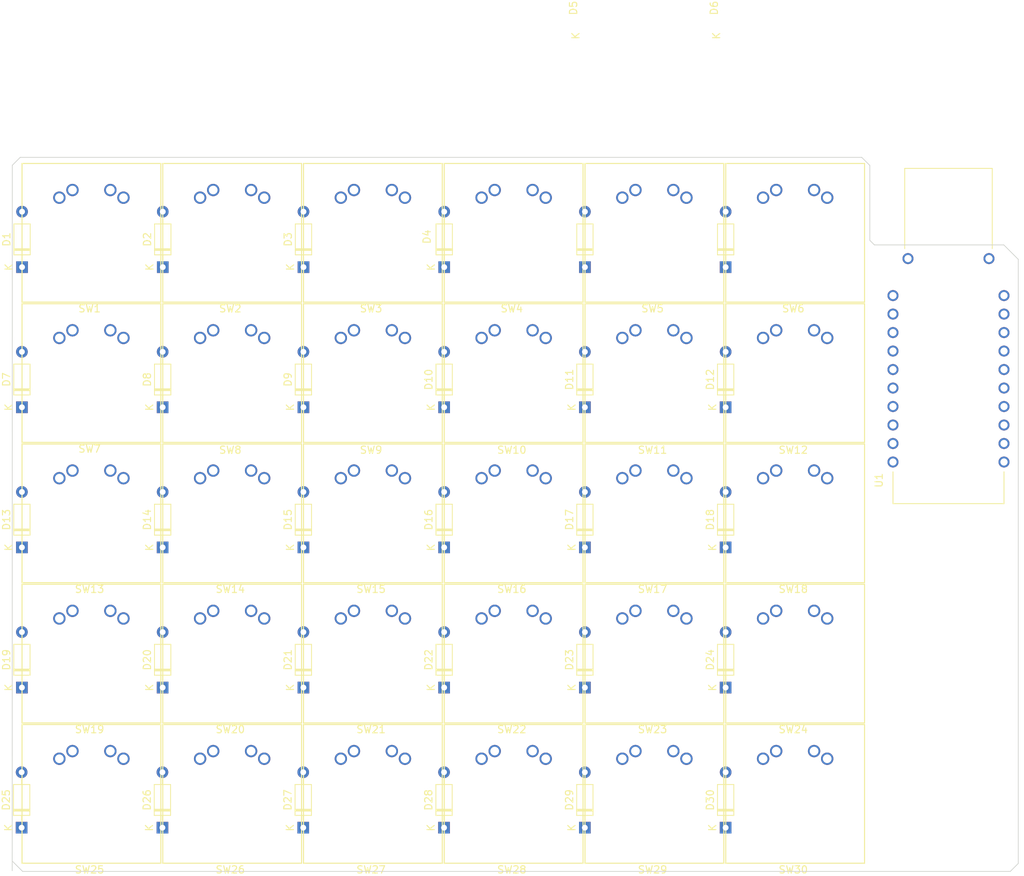
<source format=kicad_pcb>
(kicad_pcb (version 20211014) (generator pcbnew)
  (layers (0 "F.Cu" signal) (31 "B.Cu" signal) (34 "B.Paste" user) (35 "F.Paste" user) (36 "B.SilkS" user "B.Silkscreen") (37 "F.SilkS" user "F.Silkscreen") (38 "B.Mask" user) (39 "F.Mask" user) (44 "Edge.Cuts" user))
  (property "ADDRESS1" "")
  (property "ADDRESS2" "")
  (property "ADDRESS3" "")
  (property "ADDRESS4" "")
  (property "APPLICATION_BUILDNUMBER" "")
  (property "APPROVEDBY" "")
  (property "AUTHOR" "=Designer")
  (property "CHECKEDBY" "")
  (property "CURRENTDATE" "")
  (property "CURRENTTIME" "")
  (property "DOCUMENTFULLPATHANDNAME" "")
  (property "DOCUMENTNAME" "")
  (property "DOCUMENTNUMBER" "")
  (property "DOCUMENTSIZE" "A4")
  (property "DRAWNBY" "=Designer")
  (property "ENGINEER" "")
  (property "IMAGEPATH" "")
  (property "MODIFIEDDATE" "")
  (property "ORGANIZATION" "Nordic Semiconductor")
  (property "PROJECTNAME" "=ProjectName")
  (property "SHEETTOTAL" "1")
  (property "TIME" "")
  (net 0 "")
  (net 1 "Net-(D1-Pad1)")
  (net 2 "Net-(D1-Pad2)")
  (net 3 "Net-(D2-Pad2)")
  (net 4 "Net-(D3-Pad2)")
  (net 5 "Net-(D4-Pad2)")
  (net 6 "Net-(D5-Pad2)")
  (net 7 "Net-(D6-Pad2)")
  (net 8 "Net-(D10-Pad1)")
  (net 9 "Net-(D7-Pad2)")
  (net 10 "Net-(D8-Pad2)")
  (net 11 "Net-(D9-Pad2)")
  (net 12 "Net-(D10-Pad2)")
  (net 13 "Net-(D11-Pad2)")
  (net 14 "Net-(D12-Pad2)")
  (net 15 "Net-(D13-Pad1)")
  (net 16 "Net-(D13-Pad2)")
  (net 17 "Net-(D14-Pad2)")
  (net 18 "Net-(D15-Pad2)")
  (net 19 "Net-(D16-Pad2)")
  (net 20 "Net-(D17-Pad2)")
  (net 21 "Net-(D18-Pad2)")
  (net 22 "Net-(D19-Pad1)")
  (net 23 "Net-(D19-Pad2)")
  (net 24 "Net-(D20-Pad2)")
  (net 25 "Net-(D21-Pad2)")
  (net 26 "Net-(D22-Pad2)")
  (net 27 "Net-(D23-Pad2)")
  (net 28 "Net-(D24-Pad2)")
  (net 29 "Net-(D25-Pad1)")
  (net 30 "Net-(D25-Pad2)")
  (net 31 "Net-(D26-Pad2)")
  (net 32 "Net-(D27-Pad2)")
  (net 33 "Net-(D28-Pad2)")
  (net 34 "Net-(D29-Pad2)")
  (net 35 "Net-(D30-Pad2)")
  (net 36 "Net-(SW1-Pad1)")
  (net 37 "Net-(SW14-Pad1)")
  (net 38 "Net-(SW15-Pad1)")
  (net 39 "Net-(SW10-Pad1)")
  (net 40 "Net-(SW11-Pad1)")
  (net 41 "Net-(SW12-Pad1)")
  (net 42 "Net-(U1-PadG1)")
  (footprint "Diode_THT:D_DO-35_SOD27_P7.62mm_Horizontal" (layer "F.Cu") (at 106.51 94.495 90)
    (fp_text reference "D17" (at 3.81 -2.12 90) (layer "F.SilkS"))
    (fp_text value "1N4148")
    (fp_text user "K" (at 0 -1.8 90) (layer "F.SilkS"))
    (pad "1" thru_hole rect (at 0 0 90) (size 1.6 1.6) (drill 0.8) (layers *.Cu *.Mask) (net 15 "Net-(D13-Pad1)"))
    (pad "2" thru_hole oval (at 7.62 0 90) (size 1.6 1.6) (drill 0.8) (layers *.Cu *.Mask) (net 20 "Net-(D17-Pad2)"))
  )
  (footprint "gateron_ks-27_footprint:SW_Gateron_LO_PRO_1.00u_NO_LED_REVERSABLE_PCB" (layer "F.Cu") (at 96.73 128.22025 180)
    (fp_text reference "SW28" (at 0.254 -10.541) (layer "F.SilkS"))
    (fp_text value "GateronLP")
    (pad "" np_thru_hole circle (at 0 0 180) (size 5 5) (drill 5) (layers F&B.Cu *.Mask))
    (pad "1" thru_hole circle (at 2.6 5.75 180) (size 1.7 1.7) (drill 1.2) (layers *.Cu *.Mask) (net 39 "Net-(SW10-Pad1)"))
    (pad "1" thru_hole circle (at -2.6 5.75 180) (size 1.7 1.7) (drill 1.2) (layers *.Cu *.Mask) (net 39 "Net-(SW10-Pad1)"))
    (pad "2" thru_hole circle (at -4.4 4.7 270) (size 1.7 1.7) (drill 1.2) (layers *.Cu *.Mask) (net 33 "Net-(D28-Pad2)"))
    (pad "2" thru_hole circle (at 4.4 4.7 270) (size 1.7 1.7) (drill 1.2) (layers *.Cu *.Mask) (net 33 "Net-(D28-Pad2)"))
  )
  (footprint "download:MODULE_NRF52840-DONGLE" (layer "F.Cu") (at 156.42 65.46 90)
    (fp_text reference "U1" (at -19.825 -9.545 90) (layer "F.SilkS"))
    (fp_text value "NRF52840-DONGLE")
    (pad "0.02" thru_hole circle locked (at -7.145 7.62 90) (size 1.508 1.508) (drill 1) (layers *.Cu *.Mask) (net 38 "Net-(SW15-Pad1)"))
    (pad "0.09" thru_hole circle locked (at -12.225 -7.62 90) (size 1.508 1.508) (drill 1) (layers *.Cu *.Mask) (net 8 "Net-(D10-Pad1)"))
    (pad "0.10" thru_hole circle locked (at -14.765 -7.62 90) (size 1.508 1.508) (drill 1) (layers *.Cu *.Mask) (net 1 "Net-(D1-Pad1)"))
    (pad "0.13" thru_hole circle locked (at 5.555 -7.62 90) (size 1.508 1.508) (drill 1) (layers *.Cu *.Mask))
    (pad "0.15" thru_hole circle locked (at 3.015 -7.62 90) (size 1.508 1.508) (drill 1) (layers *.Cu *.Mask))
    (pad "0.17" thru_hole circle locked (at 0.475 -7.62 90) (size 1.508 1.508) (drill 1) (layers *.Cu *.Mask))
    (pad "0.20" thru_hole circle locked (at -2.065 -7.62 90) (size 1.508 1.508) (drill 1) (layers *.Cu *.Mask))
    (pad "0.22" thru_hole circle locked (at -4.605 -7.62 90) (size 1.508 1.508) (drill 1) (layers *.Cu *.Mask) (net 29 "Net-(D25-Pad1)"))
    (pad "0.24" thru_hole circle locked (at -7.145 -7.62 90) (size 1.508 1.508) (drill 1) (layers *.Cu *.Mask) (net 22 "Net-(D19-Pad1)"))
    (pad "0.29" thru_hole circle locked (at -4.605 7.62 90) (size 1.508 1.508) (drill 1) (layers *.Cu *.Mask) (net 37 "Net-(SW14-Pad1)"))
    (pad "0.31" thru_hole circle locked (at -2.065 7.62 90) (size 1.508 1.508) (drill 1) (layers *.Cu *.Mask) (net 36 "Net-(SW1-Pad1)"))
    (pad "1.00" thru_hole circle locked (at -9.685 -7.62 90) (size 1.508 1.508) (drill 1) (layers *.Cu *.Mask) (net 15 "Net-(D13-Pad1)"))
    (pad "1.10" thru_hole circle locked (at -14.765 7.62 90) (size 1.508 1.508) (drill 1) (layers *.Cu *.Mask) (net 41 "Net-(SW12-Pad1)"))
    (pad "1.13" thru_hole circle locked (at -12.225 7.62 90) (size 1.508 1.508) (drill 1) (layers *.Cu *.Mask) (net 40 "Net-(SW11-Pad1)"))
    (pad "1.15" thru_hole circle locked (at -9.685 7.62 90) (size 1.508 1.508) (drill 1) (layers *.Cu *.Mask) (net 39 "Net-(SW10-Pad1)"))
    (pad "G1" thru_hole circle locked (at -17.305 -7.62 90) (size 1.508 1.508) (drill 1) (layers *.Cu *.Mask) (net 42 "Net-(U1-PadG1)"))
    (pad "G2" thru_hole circle locked (at -17.305 7.62 90) (size 1.508 1.508) (drill 1) (layers *.Cu *.Mask) (net 42 "Net-(U1-PadG1)"))
    (pad "G3" thru_hole circle locked (at 0.475 7.62 90) (size 1.508 1.508) (drill 1) (layers *.Cu *.Mask) (net 42 "Net-(U1-PadG1)"))
    (pad "OUT" thru_hole circle locked (at 3.015 7.62 90) (size 1.508 1.508) (drill 1) (layers *.Cu *.Mask))
    (pad "SWDCLK" thru_hole circle locked (at 10.635 5.56 90) (size 1.508 1.508) (drill 1) (layers *.Cu *.Mask))
    (pad "SWDIO" thru_hole circle locked (at 10.635 -5.56 90) (size 1.508 1.508) (drill 1) (layers *.Cu *.Mask))
    (pad "VBUS" thru_hole circle locked (at 5.555 7.62 90) (size 1.508 1.508) (drill 1) (layers *.Cu *.Mask))
  )
  (footprint "Diode_THT:D_DO-35_SOD27_P7.62mm_Horizontal" (layer "F.Cu") (at 125.83 132.99 90)
    (fp_text reference "D30" (at 3.81 -2.12 90) (layer "F.SilkS"))
    (fp_text value "1N4148")
    (fp_text user "K" (at 0 -1.8 90) (layer "F.SilkS"))
    (pad "1" thru_hole rect (at 0 0 90) (size 1.6 1.6) (drill 0.8) (layers *.Cu *.Mask) (net 29 "Net-(D25-Pad1)"))
    (pad "2" thru_hole oval (at 7.62 0 90) (size 1.6 1.6) (drill 0.8) (layers *.Cu *.Mask) (net 35 "Net-(D30-Pad2)"))
  )
  (footprint "Diode_THT:D_DO-35_SOD27_P7.62mm_Horizontal" (layer "F.Cu") (at 125.83 75.2475 90)
    (fp_text reference "D12" (at 3.81 -2.12 90) (layer "F.SilkS"))
    (fp_text value "1N4148")
    (fp_text user "K" (at 0 -1.8 90) (layer "F.SilkS"))
    (pad "1" thru_hole rect (at 0 0 90) (size 1.6 1.6) (drill 0.8) (layers *.Cu *.Mask) (net 8 "Net-(D10-Pad1)"))
    (pad "2" thru_hole oval (at 7.62 0 90) (size 1.6 1.6) (drill 0.8) (layers *.Cu *.Mask) (net 14 "Net-(D12-Pad2)"))
  )
  (footprint "Diode_THT:D_DO-35_SOD27_P7.62mm_Horizontal" (layer "F.Cu") (at 67.87 113.7425 90)
    (fp_text reference "D21" (at 3.81 -2.12 90) (layer "F.SilkS"))
    (fp_text value "1N4148")
    (fp_text user "K" (at 0 -1.8 90) (layer "F.SilkS"))
    (pad "1" thru_hole rect (at 0 0 90) (size 1.6 1.6) (drill 0.8) (layers *.Cu *.Mask) (net 22 "Net-(D19-Pad1)"))
    (pad "2" thru_hole oval (at 7.62 0 90) (size 1.6 1.6) (drill 0.8) (layers *.Cu *.Mask) (net 25 "Net-(D21-Pad2)"))
  )
  (footprint "Diode_THT:D_DO-35_SOD27_P7.62mm_Horizontal" (layer "F.Cu") (at 87.19 113.7425 90)
    (fp_text reference "D22" (at 3.81 -2.12 90) (layer "F.SilkS"))
    (fp_text value "1N4148")
    (fp_text user "K" (at 0 -1.8 90) (layer "F.SilkS"))
    (pad "1" thru_hole rect (at 0 0 90) (size 1.6 1.6) (drill 0.8) (layers *.Cu *.Mask) (net 22 "Net-(D19-Pad1)"))
    (pad "2" thru_hole oval (at 7.62 0 90) (size 1.6 1.6) (drill 0.8) (layers *.Cu *.Mask) (net 26 "Net-(D22-Pad2)"))
  )
  (footprint "gateron_ks-27_footprint:SW_Gateron_LO_PRO_1.00u_NO_LED_REVERSABLE_PCB" (layer "F.Cu") (at 58.09 70.423 180)
    (fp_text reference "SW8" (at 0.254 -10.6945) (layer "F.SilkS"))
    (fp_text value "GateronLP")
    (pad "" np_thru_hole circle (at 0 0 180) (size 5 5) (drill 5) (layers F&B.Cu *.Mask))
    (pad "1" thru_hole circle (at 2.6 5.75 180) (size 1.7 1.7) (drill 1.2) (layers *.Cu *.Mask) (net 37 "Net-(SW14-Pad1)"))
    (pad "1" thru_hole circle (at -2.6 5.75 180) (size 1.7 1.7) (drill 1.2) (layers *.Cu *.Mask) (net 37 "Net-(SW14-Pad1)"))
    (pad "2" thru_hole circle (at 4.4 4.7 270) (size 1.7 1.7) (drill 1.2) (layers *.Cu *.Mask) (net 10 "Net-(D8-Pad2)"))
    (pad "2" thru_hole circle (at -4.4 4.7 270) (size 1.7 1.7) (drill 1.2) (layers *.Cu *.Mask) (net 10 "Net-(D8-Pad2)"))
  )
  (footprint "gateron_ks-27_footprint:SW_Gateron_LO_PRO_1.00u_NO_LED_REVERSABLE_PCB" (layer "F.Cu") (at 135.37 108.9545 180)
    (fp_text reference "SW24" (at 0.254 -10.541) (layer "F.SilkS"))
    (fp_text value "GateronLP")
    (pad "" np_thru_hole circle (at 0 0 180) (size 5 5) (drill 5) (layers F&B.Cu *.Mask))
    (pad "1" thru_hole circle (at -2.6 5.75 180) (size 1.7 1.7) (drill 1.2) (layers *.Cu *.Mask) (net 41 "Net-(SW12-Pad1)"))
    (pad "1" thru_hole circle (at 2.6 5.75 180) (size 1.7 1.7) (drill 1.2) (layers *.Cu *.Mask) (net 41 "Net-(SW12-Pad1)"))
    (pad "2" thru_hole circle (at 4.4 4.7 270) (size 1.7 1.7) (drill 1.2) (layers *.Cu *.Mask) (net 28 "Net-(D24-Pad2)"))
    (pad "2" thru_hole circle (at -4.4 4.7 270) (size 1.7 1.7) (drill 1.2) (layers *.Cu *.Mask) (net 28 "Net-(D24-Pad2)"))
  )
  (footprint "Diode_THT:D_DO-35_SOD27_P7.62mm_Horizontal" (layer "F.Cu") (at 106.514 56 90)
    (fp_text reference "D5" (at 35.59 -1.58 90) (layer "F.SilkS"))
    (fp_text value "1N4148")
    (fp_text user "K" (at 31.78 -1.26 90) (layer "F.SilkS"))
    (pad "1" thru_hole rect (at 0 0 90) (size 1.6 1.6) (drill 0.8) (layers *.Cu *.Mask) (net 1 "Net-(D1-Pad1)"))
    (pad "2" thru_hole oval (at 7.62 0 90) (size 1.6 1.6) (drill 0.8) (layers *.Cu *.Mask) (net 6 "Net-(D5-Pad2)"))
  )
  (footprint "gateron_ks-27_footprint:SW_Gateron_LO_PRO_1.00u_NO_LED_REVERSABLE_PCB" (layer "F.Cu") (at 77.41 128.22025 180)
    (fp_text reference "SW27" (at 0.254 -10.541) (layer "F.SilkS"))
    (fp_text value "GateronLP")
    (pad "" np_thru_hole circle (at 0 0 180) (size 5 5) (drill 5) (layers F&B.Cu *.Mask))
    (pad "1" thru_hole circle (at 2.6 5.75 180) (size 1.7 1.7) (drill 1.2) (layers *.Cu *.Mask) (net 38 "Net-(SW15-Pad1)"))
    (pad "1" thru_hole circle (at -2.6 5.75 180) (size 1.7 1.7) (drill 1.2) (layers *.Cu *.Mask) (net 38 "Net-(SW15-Pad1)"))
    (pad "2" thru_hole circle (at 4.4 4.7 270) (size 1.7 1.7) (drill 1.2) (layers *.Cu *.Mask) (net 32 "Net-(D27-Pad2)"))
    (pad "2" thru_hole circle (at -4.4 4.7 270) (size 1.7 1.7) (drill 1.2) (layers *.Cu *.Mask) (net 32 "Net-(D27-Pad2)"))
  )
  (footprint "Diode_THT:D_DO-35_SOD27_P7.62mm_Horizontal" (layer "F.Cu") (at 67.846 132.99 90)
    (fp_text reference "D27" (at 3.81 -2.12 90) (layer "F.SilkS"))
    (fp_text value "1N4148")
    (fp_text user "K" (at 0 -1.8 90) (layer "F.SilkS"))
    (pad "1" thru_hole rect (at 0 0 90) (size 1.6 1.6) (drill 0.8) (layers *.Cu *.Mask) (net 29 "Net-(D25-Pad1)"))
    (pad "2" thru_hole oval (at 7.62 0 90) (size 1.6 1.6) (drill 0.8) (layers *.Cu *.Mask) (net 32 "Net-(D27-Pad2)"))
  )
  (footprint "gateron_ks-27_footprint:SW_Gateron_LO_PRO_1.00u_NO_LED_REVERSABLE_PCB" (layer "F.Cu") (at 116.05 128.22025 180)
    (fp_text reference "SW29" (at 0.254 -10.541) (layer "F.SilkS"))
    (fp_text value "GateronLP")
    (pad "" np_thru_hole circle (at 0 0 180) (size 5 5) (drill 5) (layers F&B.Cu *.Mask))
    (pad "1" thru_hole circle (at 2.6 5.75 180) (size 1.7 1.7) (drill 1.2) (layers *.Cu *.Mask) (net 40 "Net-(SW11-Pad1)"))
    (pad "1" thru_hole circle (at -2.6 5.75 180) (size 1.7 1.7) (drill 1.2) (layers *.Cu *.Mask) (net 40 "Net-(SW11-Pad1)"))
    (pad "2" thru_hole circle (at -4.4 4.7 270) (size 1.7 1.7) (drill 1.2) (layers *.Cu *.Mask) (net 34 "Net-(D29-Pad2)"))
    (pad "2" thru_hole circle (at 4.4 4.7 270) (size 1.7 1.7) (drill 1.2) (layers *.Cu *.Mask) (net 34 "Net-(D29-Pad2)"))
  )
  (footprint "Diode_THT:D_DO-35_SOD27_P7.62mm_Horizontal" (layer "F.Cu") (at 48.55 113.7425 90)
    (fp_text reference "D20" (at 3.81 -2.12 90) (layer "F.SilkS"))
    (fp_text value "1N4148")
    (fp_text user "K" (at 0 -1.8 90) (layer "F.SilkS"))
    (pad "1" thru_hole rect (at 0 0 90) (size 1.6 1.6) (drill 0.8) (layers *.Cu *.Mask) (net 22 "Net-(D19-Pad1)"))
    (pad "2" thru_hole oval (at 7.62 0 90) (size 1.6 1.6) (drill 0.8) (layers *.Cu *.Mask) (net 24 "Net-(D20-Pad2)"))
  )
  (footprint "gateron_ks-27_footprint:SW_Gateron_LO_PRO_1.00u_NO_LED_REVERSABLE_PCB" (layer "F.Cu") (at 96.73 70.423 180)
    (fp_text reference "SW10" (at 0.254 -10.6945) (layer "F.SilkS"))
    (fp_text value "GateronLP")
    (pad "" np_thru_hole circle (at 0 0 180) (size 5 5) (drill 5) (layers F&B.Cu *.Mask))
    (pad "1" thru_hole circle (at -2.6 5.75 180) (size 1.7 1.7) (drill 1.2) (layers *.Cu *.Mask) (net 39 "Net-(SW10-Pad1)"))
    (pad "1" thru_hole circle (at 2.6 5.75 180) (size 1.7 1.7) (drill 1.2) (layers *.Cu *.Mask) (net 39 "Net-(SW10-Pad1)"))
    (pad "2" thru_hole circle (at -4.4 4.7 270) (size 1.7 1.7) (drill 1.2) (layers *.Cu *.Mask) (net 12 "Net-(D10-Pad2)"))
    (pad "2" thru_hole circle (at 4.4 4.7 270) (size 1.7 1.7) (drill 1.2) (layers *.Cu *.Mask) (net 12 "Net-(D10-Pad2)"))
  )
  (footprint "Diode_THT:D_DO-35_SOD27_P7.62mm_Horizontal" (layer "F.Cu") (at 87.198 56 90)
    (fp_text reference "D4" (at 4.17725 -2.37 90) (layer "F.SilkS"))
    (fp_text value "1N4148")
    (fp_text user "K" (at 0 -1.8 90) (layer "F.SilkS"))
    (pad "1" thru_hole rect (at 0 0 90) (size 1.6 1.6) (drill 0.8) (layers *.Cu *.Mask) (net 1 "Net-(D1-Pad1)"))
    (pad "2" thru_hole oval (at 7.62 0 90) (size 1.6 1.6) (drill 0.8) (layers *.Cu *.Mask) (net 5 "Net-(D4-Pad2)"))
  )
  (footprint "gateron_ks-27_footprint:SW_Gateron_LO_PRO_1.00u_NO_LED_REVERSABLE_PCB" (layer "F.Cu") (at 77.41 51.15725 180)
    (fp_text reference "SW3" (at 0.254 -10.541 180) (layer "F.SilkS"))
    (fp_text value "GateronLP")
    (pad "" np_thru_hole circle (at 0 0 180) (size 5 5) (drill 5) (layers F&B.Cu *.Mask))
    (pad "1" thru_hole circle (at 2.6 5.75 180) (size 1.7 1.7) (drill 1.2) (layers *.Cu *.Mask) (net 38 "Net-(SW15-Pad1)"))
    (pad "1" thru_hole circle (at -2.6 5.75 180) (size 1.7 1.7) (drill 1.2) (layers *.Cu *.Mask) (net 38 "Net-(SW15-Pad1)"))
    (pad "2" thru_hole circle (at 4.4 4.7 270) (size 1.7 1.7) (drill 1.2) (layers *.Cu *.Mask) (net 4 "Net-(D3-Pad2)"))
    (pad "2" thru_hole circle (at -4.4 4.7 270) (size 1.7 1.7) (drill 1.2) (layers *.Cu *.Mask) (net 4 "Net-(D3-Pad2)"))
  )
  (footprint "Diode_THT:D_DO-35_SOD27_P7.62mm_Horizontal" (layer "F.Cu") (at 106.502 132.99 90)
    (fp_text reference "D29" (at 3.81 -2.12 90) (layer "F.SilkS"))
    (fp_text value "1N4148")
    (fp_text user "K" (at 0 -1.8 90) (layer "F.SilkS"))
    (pad "1" thru_hole rect (at 0 0 90) (size 1.6 1.6) (drill 0.8) (layers *.Cu *.Mask) (net 29 "Net-(D25-Pad1)"))
    (pad "2" thru_hole oval (at 7.62 0 90) (size 1.6 1.6) (drill 0.8) (layers *.Cu *.Mask) (net 34 "Net-(D29-Pad2)"))
  )
  (footprint "Diode_THT:D_DO-35_SOD27_P7.62mm_Horizontal" (layer "F.Cu") (at 87.19 94.495 90)
    (fp_text reference "D16" (at 3.81 -2.12 90) (layer "F.SilkS"))
    (fp_text value "1N4148")
    (fp_text user "K" (at 0 -1.8 90) (layer "F.SilkS"))
    (pad "1" thru_hole rect (at 0 0 90) (size 1.6 1.6) (drill 0.8) (layers *.Cu *.Mask) (net 15 "Net-(D13-Pad1)"))
    (pad "2" thru_hole oval (at 7.62 0 90) (size 1.6 1.6) (drill 0.8) (layers *.Cu *.Mask) (net 19 "Net-(D16-Pad2)"))
  )
  (footprint "gateron_ks-27_footprint:SW_Gateron_LO_PRO_1.00u_NO_LED_REVERSABLE_PCB" (layer "F.Cu") (at 116.05 70.423 180)
    (fp_text reference "SW11" (at 0.254 -10.6945) (layer "F.SilkS"))
    (fp_text value "GateronLP")
    (pad "" np_thru_hole circle (at 0 0 180) (size 5 5) (drill 5) (layers F&B.Cu *.Mask))
    (pad "1" thru_hole circle (at 2.6 5.75 180) (size 1.7 1.7) (drill 1.2) (layers *.Cu *.Mask) (net 40 "Net-(SW11-Pad1)"))
    (pad "1" thru_hole circle (at -2.6 5.75 180) (size 1.7 1.7) (drill 1.2) (layers *.Cu *.Mask) (net 40 "Net-(SW11-Pad1)"))
    (pad "2" thru_hole circle (at -4.4 4.7 270) (size 1.7 1.7) (drill 1.2) (layers *.Cu *.Mask) (net 13 "Net-(D11-Pad2)"))
    (pad "2" thru_hole circle (at 4.4 4.7 270) (size 1.7 1.7) (drill 1.2) (layers *.Cu *.Mask) (net 13 "Net-(D11-Pad2)"))
  )
  (footprint "Diode_THT:D_DO-35_SOD27_P7.62mm_Horizontal" (layer "F.Cu") (at 125.83 94.495 90)
    (fp_text reference "D18" (at 3.81 -2.12 90) (layer "F.SilkS"))
    (fp_text value "1N4148")
    (fp_text user "K" (at 0 -1.8 90) (layer "F.SilkS"))
    (pad "1" thru_hole rect (at 0 0 90) (size 1.6 1.6) (drill 0.8) (layers *.Cu *.Mask) (net 15 "Net-(D13-Pad1)"))
    (pad "2" thru_hole oval (at 7.62 0 90) (size 1.6 1.6) (drill 0.8) (layers *.Cu *.Mask) (net 21 "Net-(D18-Pad2)"))
  )
  (footprint "Diode_THT:D_DO-35_SOD27_P7.62mm_Horizontal" (layer "F.Cu") (at 48.518 132.99 90)
    (fp_text reference "D26" (at 3.81 -2.12 90) (layer "F.SilkS"))
    (fp_text value "1N4148")
    (fp_text user "K" (at 0 -1.8 90) (layer "F.SilkS"))
    (pad "1" thru_hole rect (at 0 0 90) (size 1.6 1.6) (drill 0.8) (layers *.Cu *.Mask) (net 29 "Net-(D25-Pad1)"))
    (pad "2" thru_hole oval (at 7.62 0 90) (size 1.6 1.6) (drill 0.8) (layers *.Cu *.Mask) (net 31 "Net-(D26-Pad2)"))
  )
  (footprint "gateron_ks-27_footprint:SW_Gateron_LO_PRO_1.00u_NO_LED_REVERSABLE_PCB" (layer "F.Cu") (at 96.73 51.15725 180)
    (fp_text reference "SW4" (at 0.254 -10.541 180) (layer "F.SilkS"))
    (fp_text value "GateronLP")
    (pad "" np_thru_hole circle (at 0 0 180) (size 5 5) (drill 5) (layers F&B.Cu *.Mask))
    (pad "1" thru_hole circle (at -2.6 5.75 180) (size 1.7 1.7) (drill 1.2) (layers *.Cu *.Mask) (net 39 "Net-(SW10-Pad1)"))
    (pad "1" thru_hole circle (at 2.6 5.75 180) (size 1.7 1.7) (drill 1.2) (layers *.Cu *.Mask) (net 39 "Net-(SW10-Pad1)"))
    (pad "2" thru_hole circle (at -4.4 4.7 270) (size 1.7 1.7) (drill 1.2) (layers *.Cu *.Mask) (net 5 "Net-(D4-Pad2)"))
    (pad "2" thru_hole circle (at 4.4 4.7 270) (size 1.7 1.7) (drill 1.2) (layers *.Cu *.Mask) (net 5 "Net-(D4-Pad2)"))
  )
  (footprint "Diode_THT:D_DO-35_SOD27_P7.62mm_Horizontal" (layer "F.Cu") (at 67.882 56 90)
    (fp_text reference "D3" (at 3.81 -2.12 90) (layer "F.SilkS"))
    (fp_text value "1N4148")
    (fp_text user "K" (at 0 -1.8 90) (layer "F.SilkS"))
    (pad "1" thru_hole rect (at 0 0 90) (size 1.6 1.6) (drill 0.8) (layers *.Cu *.Mask) (net 1 "Net-(D1-Pad1)"))
    (pad "2" thru_hole oval (at 7.62 0 90) (size 1.6 1.6) (drill 0.8) (layers *.Cu *.Mask) (net 4 "Net-(D3-Pad2)"))
  )
  (footprint "gateron_ks-27_footprint:SW_Gateron_LO_PRO_1.00u_NO_LED_REVERSABLE_PCB" (layer "F.Cu") (at 116.05 89.68875 180)
    (fp_text reference "SW17" (at 0.254 -10.541) (layer "F.SilkS"))
    (fp_text value "GateronLP")
    (pad "" np_thru_hole circle (at 0 0 180) (size 5 5) (drill 5) (layers F&B.Cu *.Mask))
    (pad "1" thru_hole circle (at -2.6 5.75 180) (size 1.7 1.7) (drill 1.2) (layers *.Cu *.Mask) (net 40 "Net-(SW11-Pad1)"))
    (pad "1" thru_hole circle (at 2.6 5.75 180) (size 1.7 1.7) (drill 1.2) (layers *.Cu *.Mask) (net 40 "Net-(SW11-Pad1)"))
    (pad "2" thru_hole circle (at 4.4 4.7 270) (size 1.7 1.7) (drill 1.2) (layers *.Cu *.Mask) (net 20 "Net-(D17-Pad2)"))
    (pad "2" thru_hole circle (at -4.4 4.7 270) (size 1.7 1.7) (drill 1.2) (layers *.Cu *.Mask) (net 20 "Net-(D17-Pad2)"))
  )
  (footprint "gateron_ks-27_footprint:SW_Gateron_LO_PRO_1.00u_NO_LED_REVERSABLE_PCB" (layer "F.Cu") (at 38.77 108.9545 180)
    (fp_text reference "SW19" (at 0.254 -10.541 180) (layer "F.SilkS"))
    (fp_text value "GateronLP")
    (pad "" np_thru_hole circle (at 0 0 180) (size 5 5) (drill 5) (layers F&B.Cu *.Mask))
    (pad "1" thru_hole circle (at -2.6 5.75 180) (size 1.7 1.7) (drill 1.2) (layers *.Cu *.Mask) (net 36 "Net-(SW1-Pad1)"))
    (pad "1" thru_hole circle (at 2.6 5.75 180) (size 1.7 1.7) (drill 1.2) (layers *.Cu *.Mask) (net 36 "Net-(SW1-Pad1)"))
    (pad "2" thru_hole circle (at 4.4 4.7 270) (size 1.7 1.7) (drill 1.2) (layers *.Cu *.Mask) (net 23 "Net-(D19-Pad2)"))
    (pad "2" thru_hole circle (at -4.4 4.7 270) (size 1.7 1.7) (drill 1.2) (layers *.Cu *.Mask) (net 23 "Net-(D19-Pad2)"))
  )
  (footprint "gateron_ks-27_footprint:SW_Gateron_LO_PRO_1.00u_NO_LED_REVERSABLE_PCB" (layer "F.Cu") (at 58.09 128.22025 180)
    (fp_text reference "SW26" (at 0.254 -10.541) (layer "F.SilkS"))
    (fp_text value "GateronLP")
    (pad "" np_thru_hole circle (at 0 0 180) (size 5 5) (drill 5) (layers F&B.Cu *.Mask))
    (pad "1" thru_hole circle (at -2.6 5.75 180) (size 1.7 1.7) (drill 1.2) (layers *.Cu *.Mask) (net 37 "Net-(SW14-Pad1)"))
    (pad "1" thru_hole circle (at 2.6 5.75 180) (size 1.7 1.7) (drill 1.2) (layers *.Cu *.Mask) (net 37 "Net-(SW14-Pad1)"))
    (pad "2" thru_hole circle (at 4.4 4.7 270) (size 1.7 1.7) (drill 1.2) (layers *.Cu *.Mask) (net 31 "Net-(D26-Pad2)"))
    (pad "2" thru_hole circle (at -4.4 4.7 270) (size 1.7 1.7) (drill 1.2) (layers *.Cu *.Mask) (net 31 "Net-(D26-Pad2)"))
  )
  (footprint "gateron_ks-27_footprint:SW_Gateron_LO_PRO_1.00u_NO_LED_REVERSABLE_PCB" (layer "F.Cu") (at 38.77 51.15725 180)
    (fp_text reference "SW1" (at 0.254 -10.541 180) (layer "F.SilkS"))
    (fp_text value "GateronLP")
    (pad "" np_thru_hole circle (at 0 0 180) (size 5 5) (drill 5) (layers F&B.Cu *.Mask))
    (pad "1" thru_hole circle (at 2.6 5.75 180) (size 1.7 1.7) (drill 1.2) (layers *.Cu *.Mask) (net 36 "Net-(SW1-Pad1)"))
    (pad "1" thru_hole circle (at -2.6 5.75 180) (size 1.7 1.7) (drill 1.2) (layers *.Cu *.Mask) (net 36 "Net-(SW1-Pad1)"))
    (pad "2" thru_hole circle (at -4.4 4.7 270) (size 1.7 1.7) (drill 1.2) (layers *.Cu *.Mask) (net 2 "Net-(D1-Pad2)"))
    (pad "2" thru_hole circle (at 4.4 4.7 270) (size 1.7 1.7) (drill 1.2) (layers *.Cu *.Mask) (net 2 "Net-(D1-Pad2)"))
  )
  (footprint "Diode_THT:D_DO-35_SOD27_P7.62mm_Horizontal" (layer "F.Cu") (at 29.23 75.2475 90)
    (fp_text reference "D7" (at 3.81 -2.12 90) (layer "F.SilkS"))
    (fp_text value "1N4148")
    (fp_text user "K" (at 0 -1.8 90) (layer "F.SilkS"))
    (pad "1" thru_hole rect (at 0 0 90) (size 1.6 1.6) (drill 0.8) (layers *.Cu *.Mask) (net 8 "Net-(D10-Pad1)"))
    (pad "2" thru_hole oval (at 7.62 0 90) (size 1.6 1.6) (drill 0.8) (layers *.Cu *.Mask) (net 9 "Net-(D7-Pad2)"))
  )
  (footprint "Diode_THT:D_DO-35_SOD27_P7.62mm_Horizontal" (layer "F.Cu") (at 106.51 75.2475 90)
    (fp_text reference "D11" (at 3.81 -2.12 90) (layer "F.SilkS"))
    (fp_text value "1N4148")
    (fp_text user "K" (at 0 -1.8 90) (layer "F.SilkS"))
    (pad "1" thru_hole rect (at 0 0 90) (size 1.6 1.6) (drill 0.8) (layers *.Cu *.Mask) (net 8 "Net-(D10-Pad1)"))
    (pad "2" thru_hole oval (at 7.62 0 90) (size 1.6 1.6) (drill 0.8) (layers *.Cu *.Mask) (net 13 "Net-(D11-Pad2)"))
  )
  (footprint "gateron_ks-27_footprint:SW_Gateron_LO_PRO_1.00u_NO_LED_REVERSABLE_PCB" (layer "F.Cu") (at 58.09 51.15725 180)
    (fp_text reference "SW2" (at 0.254 -10.541 180) (layer "F.SilkS"))
    (fp_text value "GateronLP")
    (pad "" np_thru_hole circle (at 0 0 180) (size 5 5) (drill 5) (layers F&B.Cu *.Mask))
    (pad "1" thru_hole circle (at -2.6 5.75 180) (size 1.7 1.7) (drill 1.2) (layers *.Cu *.Mask) (net 37 "Net-(SW14-Pad1)"))
    (pad "1" thru_hole circle (at 2.6 5.75 180) (size 1.7 1.7) (drill 1.2) (layers *.Cu *.Mask) (net 37 "Net-(SW14-Pad1)"))
    (pad "2" thru_hole circle (at 4.4 4.7 270) (size 1.7 1.7) (drill 1.2) (layers *.Cu *.Mask) (net 3 "Net-(D2-Pad2)"))
    (pad "2" thru_hole circle (at -4.4 4.7 270) (size 1.7 1.7) (drill 1.2) (layers *.Cu *.Mask) (net 3 "Net-(D2-Pad2)"))
  )
  (footprint "Diode_THT:D_DO-35_SOD27_P7.62mm_Horizontal" (layer "F.Cu") (at 48.55 94.495 90)
    (fp_text reference "D14" (at 3.81 -2.12 90) (layer "F.SilkS"))
    (fp_text value "1N4148")
    (fp_text user "K" (at 0 -1.8 90) (layer "F.SilkS"))
    (pad "1" thru_hole rect (at 0 0 90) (size 1.6 1.6) (drill 0.8) (layers *.Cu *.Mask) (net 15 "Net-(D13-Pad1)"))
    (pad "2" thru_hole oval (at 7.62 0 90) (size 1.6 1.6) (drill 0.8) (layers *.Cu *.Mask) (net 17 "Net-(D14-Pad2)"))
  )
  (footprint "gateron_ks-27_footprint:SW_Gateron_LO_PRO_1.00u_NO_LED_REVERSABLE_PCB" (layer "F.Cu") (at 135.37 70.423 180)
    (fp_text reference "SW12" (at 0.254 -10.6945) (layer "F.SilkS"))
    (fp_text value "GateronLP")
    (pad "" np_thru_hole circle (at 0 0 180) (size 5 5) (drill 5) (layers F&B.Cu *.Mask))
    (pad "1" thru_hole circle (at 2.6 5.75 180) (size 1.7 1.7) (drill 1.2) (layers *.Cu *.Mask) (net 41 "Net-(SW12-Pad1)"))
    (pad "1" thru_hole circle (at -2.6 5.75 180) (size 1.7 1.7) (drill 1.2) (layers *.Cu *.Mask) (net 41 "Net-(SW12-Pad1)"))
    (pad "2" thru_hole circle (at 4.4 4.7 270) (size 1.7 1.7) (drill 1.2) (layers *.Cu *.Mask) (net 14 "Net-(D12-Pad2)"))
    (pad "2" thru_hole circle (at -4.4 4.7 270) (size 1.7 1.7) (drill 1.2) (layers *.Cu *.Mask) (net 14 "Net-(D12-Pad2)"))
  )
  (footprint "gateron_ks-27_footprint:SW_Gateron_LO_PRO_1.00u_NO_LED_REVERSABLE_PCB" (layer "F.Cu") (at 116.05 108.9545 180)
    (fp_text reference "SW23" (at 0.254 -10.541) (layer "F.SilkS"))
    (fp_text value "GateronLP")
    (pad "" np_thru_hole circle (at 0 0 180) (size 5 5) (drill 5) (layers F&B.Cu *.Mask))
    (pad "1" thru_hole circle (at 2.6 5.75 180) (size 1.7 1.7) (drill 1.2) (layers *.Cu *.Mask) (net 40 "Net-(SW11-Pad1)"))
    (pad "1" thru_hole circle (at -2.6 5.75 180) (size 1.7 1.7) (drill 1.2) (layers *.Cu *.Mask) (net 40 "Net-(SW11-Pad1)"))
    (pad "2" thru_hole circle (at 4.4 4.7 270) (size 1.7 1.7) (drill 1.2) (layers *.Cu *.Mask) (net 27 "Net-(D23-Pad2)"))
    (pad "2" thru_hole circle (at -4.4 4.7 270) (size 1.7 1.7) (drill 1.2) (layers *.Cu *.Mask) (net 27 "Net-(D23-Pad2)"))
  )
  (footprint "gateron_ks-27_footprint:SW_Gateron_LO_PRO_1.00u_NO_LED_REVERSABLE_PCB" (layer "F.Cu") (at 116.05 51.15725 180)
    (fp_text reference "SW5" (at 0.254 -10.541 180) (layer "F.SilkS"))
    (fp_text value "GateronLP")
    (pad "" np_thru_hole circle (at 0 0 180) (size 5 5) (drill 5) (layers F&B.Cu *.Mask))
    (pad "1" thru_hole circle (at 2.6 5.75 180) (size 1.7 1.7) (drill 1.2) (layers *.Cu *.Mask) (net 40 "Net-(SW11-Pad1)"))
    (pad "1" thru_hole circle (at -2.6 5.75 180) (size 1.7 1.7) (drill 1.2) (layers *.Cu *.Mask) (net 40 "Net-(SW11-Pad1)"))
    (pad "2" thru_hole circle (at -4.4 4.7 270) (size 1.7 1.7) (drill 1.2) (layers *.Cu *.Mask) (net 6 "Net-(D5-Pad2)"))
    (pad "2" thru_hole circle (at 4.4 4.7 270) (size 1.7 1.7) (drill 1.2) (layers *.Cu *.Mask) (net 6 "Net-(D5-Pad2)"))
  )
  (footprint "gateron_ks-27_footprint:SW_Gateron_LO_PRO_1.00u_NO_LED_REVERSABLE_PCB" (layer "F.Cu") (at 135.37 51.15725 180)
    (fp_text reference "SW6" (at 0.254 -10.541 180) (layer "F.SilkS"))
    (fp_text value "GateronLP")
    (pad "" np_thru_hole circle (at 0 0 180) (size 5 5) (drill 5) (layers F&B.Cu *.Mask))
    (pad "1" thru_hole circle (at 2.6 5.75 180) (size 1.7 1.7) (drill 1.2) (layers *.Cu *.Mask) (net 41 "Net-(SW12-Pad1)"))
    (pad "1" thru_hole circle (at -2.6 5.75 180) (size 1.7 1.7) (drill 1.2) (layers *.Cu *.Mask) (net 41 "Net-(SW12-Pad1)"))
    (pad "2" thru_hole circle (at 4.4 4.7 270) (size 1.7 1.7) (drill 1.2) (layers *.Cu *.Mask) (net 7 "Net-(D6-Pad2)"))
    (pad "2" thru_hole circle (at -4.4 4.7 270) (size 1.7 1.7) (drill 1.2) (layers *.Cu *.Mask) (net 7 "Net-(D6-Pad2)"))
  )
  (footprint "Diode_THT:D_DO-35_SOD27_P7.62mm_Horizontal" (layer "F.Cu") (at 29.19 132.99 90)
    (fp_text reference "D25" (at 3.81 -2.12 90) (layer "F.SilkS"))
    (fp_text value "1N4148")
    (fp_text user "K" (at 0 -1.8 90) (layer "F.SilkS"))
    (pad "1" thru_hole rect (at 0 0 90) (size 1.6 1.6) (drill 0.8) (layers *.Cu *.Mask) (net 29 "Net-(D25-Pad1)"))
    (pad "2" thru_hole oval (at 7.62 0 90) (size 1.6 1.6) (drill 0.8) (layers *.Cu *.Mask) (net 30 "Net-(D25-Pad2)"))
  )
  (footprint "gateron_ks-27_footprint:SW_Gateron_LO_PRO_1.00u_NO_LED_REVERSABLE_PCB" (layer "F.Cu") (at 58.09 89.68875 180)
    (fp_text reference "SW14" (at 0.254 -10.541) (layer "F.SilkS"))
    (fp_text value "GateronLP")
    (pad "" np_thru_hole circle (at 0 0 180) (size 5 5) (drill 5) (layers F&B.Cu *.Mask))
    (pad "1" thru_hole circle (at -2.6 5.75 180) (size 1.7 1.7) (drill 1.2) (layers *.Cu *.Mask) (net 37 "Net-(SW14-Pad1)"))
    (pad "1" thru_hole circle (at 2.6 5.75 180) (size 1.7 1.7) (drill 1.2) (layers *.Cu *.Mask) (net 37 "Net-(SW14-Pad1)"))
    (pad "2" thru_hole circle (at -4.4 4.7 270) (size 1.7 1.7) (drill 1.2) (layers *.Cu *.Mask) (net 17 "Net-(D14-Pad2)"))
    (pad "2" thru_hole circle (at 4.4 4.7 270) (size 1.7 1.7) (drill 1.2) (layers *.Cu *.Mask) (net 17 "Net-(D14-Pad2)"))
  )
  (footprint "gateron_ks-27_footprint:SW_Gateron_LO_PRO_1.00u_NO_LED_REVERSABLE_PCB" (layer "F.Cu") (at 58.09 108.9545 180)
    (fp_text reference "SW20" (at 0.254 -10.541) (layer "F.SilkS"))
    (fp_text value "GateronLP")
    (pad "" np_thru_hole circle (at 0 0 180) (size 5 5) (drill 5) (layers F&B.Cu *.Mask))
    (pad "1" thru_hole circle (at -2.6 5.75 180) (size 1.7 1.7) (drill 1.2) (layers *.Cu *.Mask) (net 37 "Net-(SW14-Pad1)"))
    (pad "1" thru_hole circle (at 2.6 5.75 180) (size 1.7 1.7) (drill 1.2) (layers *.Cu *.Mask) (net 37 "Net-(SW14-Pad1)"))
    (pad "2" thru_hole circle (at -4.4 4.7 270) (size 1.7 1.7) (drill 1.2) (layers *.Cu *.Mask) (net 24 "Net-(D20-Pad2)"))
    (pad "2" thru_hole circle (at 4.4 4.7 270) (size 1.7 1.7) (drill 1.2) (layers *.Cu *.Mask) (net 24 "Net-(D20-Pad2)"))
  )
  (footprint "Diode_THT:D_DO-35_SOD27_P7.62mm_Horizontal" (layer "F.Cu") (at 67.87 75.2475 90)
    (fp_text reference "D9" (at 3.81 -2.12 90) (layer "F.SilkS"))
    (fp_text value "1N4148")
    (fp_text user "K" (at 0 -1.8 90) (layer "F.SilkS"))
    (pad "1" thru_hole rect (at 0 0 90) (size 1.6 1.6) (drill 0.8) (layers *.Cu *.Mask) (net 8 "Net-(D10-Pad1)"))
    (pad "2" thru_hole oval (at 7.62 0 90) (size 1.6 1.6) (drill 0.8) (layers *.Cu *.Mask) (net 11 "Net-(D9-Pad2)"))
  )
  (footprint "Diode_THT:D_DO-35_SOD27_P7.62mm_Horizontal" (layer "F.Cu") (at 29.23 113.7425 90)
    (fp_text reference "D19" (at 3.81 -2.12 90) (layer "F.SilkS"))
    (fp_text value "1N4148")
    (fp_text user "K" (at 0 -1.8 90) (layer "F.SilkS"))
    (pad "1" thru_hole rect (at 0 0 90) (size 1.6 1.6) (drill 0.8) (layers *.Cu *.Mask) (net 22 "Net-(D19-Pad1)"))
    (pad "2" thru_hole oval (at 7.62 0 90) (size 1.6 1.6) (drill 0.8) (layers *.Cu *.Mask) (net 23 "Net-(D19-Pad2)"))
  )
  (footprint "Diode_THT:D_DO-35_SOD27_P7.62mm_Horizontal" (layer "F.Cu") (at 67.87 94.495 90)
    (fp_text reference "D15" (at 3.81 -2.12 90) (layer "F.SilkS"))
    (fp_text value "1N4148")
    (fp_text user "K" (at 0 -1.8 90) (layer "F.SilkS"))
    (pad "1" thru_hole rect (at 0 0 90) (size 1.6 1.6) (drill 0.8) (layers *.Cu *.Mask) (net 15 "Net-(D13-Pad1)"))
    (pad "2" thru_hole oval (at 7.62 0 90) (size 1.6 1.6) (drill 0.8) (layers *.Cu *.Mask) (net 18 "Net-(D15-Pad2)"))
  )
  (footprint "Diode_THT:D_DO-35_SOD27_P7.62mm_Horizontal" (layer "F.Cu") (at 48.566 56 90)
    (fp_text reference "D2" (at 3.81 -2.12 90) (layer "F.SilkS"))
    (fp_text value "1N4148")
    (fp_text user "K" (at 0 -1.8 90) (layer "F.SilkS"))
    (pad "1" thru_hole rect (at 0 0 90) (size 1.6 1.6) (drill 0.8) (layers *.Cu *.Mask) (net 1 "Net-(D1-Pad1)"))
    (pad "2" thru_hole oval (at 7.62 0 90) (size 1.6 1.6) (drill 0.8) (layers *.Cu *.Mask) (net 3 "Net-(D2-Pad2)"))
  )
  (footprint "Diode_THT:D_DO-35_SOD27_P7.62mm_Horizontal" (layer "F.Cu") (at 29.23 94.495 90)
    (fp_text reference "D13" (at 3.81 -2.12 90) (layer "F.SilkS"))
    (fp_text value "1N4148")
    (fp_text user "K" (at 0 -1.8 90) (layer "F.SilkS"))
    (pad "1" thru_hole rect (at 0 0 90) (size 1.6 1.6) (drill 0.8) (layers *.Cu *.Mask) (net 15 "Net-(D13-Pad1)"))
    (pad "2" thru_hole oval (at 7.62 0 90) (size 1.6 1.6) (drill 0.8) (layers *.Cu *.Mask) (net 16 "Net-(D13-Pad2)"))
  )
  (footprint "gateron_ks-27_footprint:SW_Gateron_LO_PRO_1.00u_NO_LED_REVERSABLE_PCB" (layer "F.Cu") (at 77.41 89.68875 180)
    (fp_text reference "SW15" (at 0.254 -10.541) (layer "F.SilkS"))
    (fp_text value "GateronLP")
    (pad "" np_thru_hole circle (at 0 0 180) (size 5 5) (drill 5) (layers F&B.Cu *.Mask))
    (pad "1" thru_hole circle (at 2.6 5.75 180) (size 1.7 1.7) (drill 1.2) (layers *.Cu *.Mask) (net 38 "Net-(SW15-Pad1)"))
    (pad "1" thru_hole circle (at -2.6 5.75 180) (size 1.7 1.7) (drill 1.2) (layers *.Cu *.Mask) (net 38 "Net-(SW15-Pad1)"))
    (pad "2" thru_hole circle (at 4.4 4.7 270) (size 1.7 1.7) (drill 1.2) (layers *.Cu *.Mask) (net 18 "Net-(D15-Pad2)"))
    (pad "2" thru_hole circle (at -4.4 4.7 270) (size 1.7 1.7) (drill 1.2) (layers *.Cu *.Mask) (net 18 "Net-(D15-Pad2)"))
  )
  (footprint "gateron_ks-27_footprint:SW_Gateron_LO_PRO_1.00u_NO_LED_REVERSABLE_PCB" (layer "F.Cu") (at 135.37 128.22025 180)
    (fp_text reference "SW30" (at 0.254 -10.541) (layer "F.SilkS"))
    (fp_text value "GateronLP")
    (pad "" np_thru_hole circle (at 0 0 180) (size 5 5) (drill 5) (layers F&B.Cu *.Mask))
    (pad "1" thru_hole circle (at 2.6 5.75 180) (size 1.7 1.7) (drill 1.2) (layers *.Cu *.Mask) (net 41 "Net-(SW12-Pad1)"))
    (pad "1" thru_hole circle (at -2.6 5.75 180) (size 1.7 1.7) (drill 1.2) (layers *.Cu *.Mask) (net 41 "Net-(SW12-Pad1)"))
    (pad "2" thru_hole circle (at 4.4 4.7 270) (size 1.7 1.7) (drill 1.2) (layers *.Cu *.Mask) (net 35 "Net-(D30-Pad2)"))
    (pad "2" thru_hole circle (at -4.4 4.7 270) (size 1.7 1.7) (drill 1.2) (layers *.Cu *.Mask) (net 35 "Net-(D30-Pad2)"))
  )
  (footprint "gateron_ks-27_footprint:SW_Gateron_LO_PRO_1.00u_NO_LED_REVERSABLE_PCB" (layer "F.Cu") (at 135.37 89.68875 180)
    (fp_text reference "SW18" (at 0.254 -10.541) (layer "F.SilkS"))
    (fp_text value "GateronLP")
    (pad "" np_thru_hole circle (at 0 0 180) (size 5 5) (drill 5) (layers F&B.Cu *.Mask))
    (pad "1" thru_hole circle (at 2.6 5.75 180) (size 1.7 1.7) (drill 1.2) (layers *.Cu *.Mask) (net 41 "Net-(SW12-Pad1)"))
    (pad "1" thru_hole circle (at -2.6 5.75 180) (size 1.7 1.7) (drill 1.2) (layers *.Cu *.Mask) (net 41 "Net-(SW12-Pad1)"))
    (pad "2" thru_hole circle (at -4.4 4.7 270) (size 1.7 1.7) (drill 1.2) (layers *.Cu *.Mask) (net 21 "Net-(D18-Pad2)"))
    (pad "2" thru_hole circle (at 4.4 4.7 270) (size 1.7 1.7) (drill 1.2) (layers *.Cu *.Mask) (net 21 "Net-(D18-Pad2)"))
  )
  (footprint "Diode_THT:D_DO-35_SOD27_P7.62mm_Horizontal" (layer "F.Cu") (at 125.83 56 90)
    (fp_text reference "D6" (at 35.59 -1.58 90) (layer "F.SilkS"))
    (fp_text value "1N4148")
    (fp_text user "K" (at 31.78 -1.26 90) (layer "F.SilkS"))
    (pad "1" thru_hole rect (at 0 0 90) (size 1.6 1.6) (drill 0.8) (layers *.Cu *.Mask) (net 1 "Net-(D1-Pad1)"))
    (pad "2" thru_hole oval (at 7.62 0 90) (size 1.6 1.6) (drill 0.8) (layers *.Cu *.Mask) (net 7 "Net-(D6-Pad2)"))
  )
  (footprint "gateron_ks-27_footprint:SW_Gateron_LO_PRO_1.00u_NO_LED_REVERSABLE_PCB" (layer "F.Cu") (at 77.41 70.423 180)
    (fp_text reference "SW9" (at 0.254 -10.6945) (layer "F.SilkS"))
    (fp_text value "GateronLP")
    (pad "" np_thru_hole circle (at 0 0 180) (size 5 5) (drill 5) (layers F&B.Cu *.Mask))
    (pad "1" thru_hole circle (at -2.6 5.75 180) (size 1.7 1.7) (drill 1.2) (layers *.Cu *.Mask) (net 38 "Net-(SW15-Pad1)"))
    (pad "1" thru_hole circle (at 2.6 5.75 180) (size 1.7 1.7) (drill 1.2) (layers *.Cu *.Mask) (net 38 "Net-(SW15-Pad1)"))
    (pad "2" thru_hole circle (at -4.4 4.7 270) (size 1.7 1.7) (drill 1.2) (layers *.Cu *.Mask) (net 11 "Net-(D9-Pad2)"))
    (pad "2" thru_hole circle (at 4.4 4.7 270) (size 1.7 1.7) (drill 1.2) (layers *.Cu *.Mask) (net 11 "Net-(D9-Pad2)"))
  )
  (footprint "gateron_ks-27_footprint:SW_Gateron_LO_PRO_1.00u_NO_LED_REVERSABLE_PCB" (layer "F.Cu") (at 77.41 108.9545 180)
    (fp_text reference "SW21" (at 0.254 -10.541) (layer "F.SilkS"))
    (fp_text value "GateronLP")
    (pad "" np_thru_hole circle (at 0 0 180) (size 5 5) (drill 5) (layers F&B.Cu *.Mask))
    (pad "1" thru_hole circle (at -2.6 5.75 180) (size 1.7 1.7) (drill 1.2) (layers *.Cu *.Mask) (net 38 "Net-(SW15-Pad1)"))
    (pad "1" thru_hole circle (at 2.6 5.75 180) (size 1.7 1.7) (drill 1.2) (layers *.Cu *.Mask) (net 38 "Net-(SW15-Pad1)"))
    (pad "2" thru_hole circle (at 4.4 4.7 270) (size 1.7 1.7) (drill 1.2) (layers *.Cu *.Mask) (net 25 "Net-(D21-Pad2)"))
    (pad "2" thru_hole circle (at -4.4 4.7 270) (size 1.7 1.7) (drill 1.2) (layers *.Cu *.Mask) (net 25 "Net-(D21-Pad2)"))
  )
  (footprint "gateron_ks-27_footprint:SW_Gateron_LO_PRO_1.00u_NO_LED_REVERSABLE_PCB" (layer "F.Cu") (at 96.73 89.68875 180)
    (fp_text reference "SW16" (at 0.254 -10.541) (layer "F.SilkS"))
    (fp_text value "GateronLP")
    (pad "" np_thru_hole circle (at 0 0 180) (size 5 5) (drill 5) (layers F&B.Cu *.Mask))
    (pad "1" thru_hole circle (at 2.6 5.75 180) (size 1.7 1.7) (drill 1.2) (layers *.Cu *.Mask) (net 39 "Net-(SW10-Pad1)"))
    (pad "1" thru_hole circle (at -2.6 5.75 180) (size 1.7 1.7) (drill 1.2) (layers *.Cu *.Mask) (net 39 "Net-(SW10-Pad1)"))
    (pad "2" thru_hole circle (at -4.4 4.7 270) (size 1.7 1.7) (drill 1.2) (layers *.Cu *.Mask) (net 19 "Net-(D16-Pad2)"))
    (pad "2" thru_hole circle (at 4.4 4.7 270) (size 1.7 1.7) (drill 1.2) (layers *.Cu *.Mask) (net 19 "Net-(D16-Pad2)"))
  )
  (footprint "Diode_THT:D_DO-35_SOD27_P7.62mm_Horizontal" (layer "F.Cu") (at 87.174 132.99 90)
    (fp_text reference "D28" (at 3.81 -2.12 90) (layer "F.SilkS"))
    (fp_text value "1N4148")
    (fp_text user "K" (at 0 -1.8 90) (layer "F.SilkS"))
    (pad "1" thru_hole rect (at 0 0 90) (size 1.6 1.6) (drill 0.8) (layers *.Cu *.Mask) (net 29 "Net-(D25-Pad1)"))
    (pad "2" thru_hole oval (at 7.62 0 90) (size 1.6 1.6) (drill 0.8) (layers *.Cu *.Mask) (net 33 "Net-(D28-Pad2)"))
  )
  (footprint "gateron_ks-27_footprint:SW_Gateron_LO_PRO_1.00u_NO_LED_REVERSABLE_PCB" (layer "F.Cu") (at 38.77 89.68875 180)
    (fp_text reference "SW13" (at 0.254 -10.541 180) (layer "F.SilkS"))
    (fp_text value "GateronLP")
    (pad "" np_thru_hole circle (at 0 0 180) (size 5 5) (drill 5) (layers F&B.Cu *.Mask))
    (pad "1" thru_hole circle (at -2.6 5.75 180) (size 1.7 1.7) (drill 1.2) (layers *.Cu *.Mask) (net 36 "Net-(SW1-Pad1)"))
    (pad "1" thru_hole circle (at 2.6 5.75 180) (size 1.7 1.7) (drill 1.2) (layers *.Cu *.Mask) (net 36 "Net-(SW1-Pad1)"))
    (pad "2" thru_hole circle (at -4.4 4.7 270) (size 1.7 1.7) (drill 1.2) (layers *.Cu *.Mask) (net 16 "Net-(D13-Pad2)"))
    (pad "2" thru_hole circle (at 4.4 4.7 270) (size 1.7 1.7) (drill 1.2) (layers *.Cu *.Mask) (net 16 "Net-(D13-Pad2)"))
  )
  (footprint "Diode_THT:D_DO-35_SOD27_P7.62mm_Horizontal" (layer "F.Cu") (at 48.55 75.2475 90)
    (fp_text reference "D8" (at 3.81 -2.12 90) (layer "F.SilkS"))
    (fp_text value "1N4148")
    (fp_text user "K" (at 0 -1.8 90) (layer "F.SilkS"))
    (pad "1" thru_hole rect (at 0 0 90) (size 1.6 1.6) (drill 0.8) (layers *.Cu *.Mask) (net 8 "Net-(D10-Pad1)"))
    (pad "2" thru_hole oval (at 7.62 0 90) (size 1.6 1.6) (drill 0.8) (layers *.Cu *.Mask) (net 10 "Net-(D8-Pad2)"))
  )
  (footprint "gateron_ks-27_footprint:SW_Gateron_LO_PRO_1.00u_NO_LED_REVERSABLE_PCB" (layer "F.Cu") (at 38.77 70.423 180)
    (fp_text reference "SW7" (at 0.254 -10.541 180) (layer "F.SilkS"))
    (fp_text value "GateronLP")
    (pad "" np_thru_hole circle (at 0 0 180) (size 5 5) (drill 5) (layers F&B.Cu *.Mask))
    (pad "1" thru_hole circle (at -2.6 5.75 180) (size 1.7 1.7) (drill 1.2) (layers *.Cu *.Mask) (net 36 "Net-(SW1-Pad1)"))
    (pad "1" thru_hole circle (at 2.6 5.75 180) (size 1.7 1.7) (drill 1.2) (layers *.Cu *.Mask) (net 36 "Net-(SW1-Pad1)"))
    (pad "2" thru_hole circle (at 4.4 4.7 270) (size 1.7 1.7) (drill 1.2) (layers *.Cu *.Mask) (net 9 "Net-(D7-Pad2)"))
    (pad "2" thru_hole circle (at -4.4 4.7 270) (size 1.7 1.7) (drill 1.2) (layers *.Cu *.Mask) (net 9 "Net-(D7-Pad2)"))
  )
  (footprint "Diode_THT:D_DO-35_SOD27_P7.62mm_Horizontal" (layer "F.Cu") (at 106.51 113.7425 90)
    (fp_text reference "D23" (at 3.81 -2.12 90) (layer "F.SilkS"))
    (fp_text value "1N4148")
    (fp_text user "K" (at 0 -1.8 90) (layer "F.SilkS"))
    (pad "1" thru_hole rect (at 0 0 90) (size 1.6 1.6) (drill 0.8) (layers *.Cu *.Mask) (net 22 "Net-(D19-Pad1)"))
    (pad "2" thru_hole oval (at 7.62 0 90) (size 1.6 1.6) (drill 0.8) (layers *.Cu *.Mask) (net 27 "Net-(D23-Pad2)"))
  )
  (footprint "Diode_THT:D_DO-35_SOD27_P7.62mm_Horizontal" (layer "F.Cu") (at 125.83 113.7425 90)
    (fp_text reference "D24" (at 3.81 -2.12 90) (layer "F.SilkS"))
    (fp_text value "1N4148")
    (fp_text user "K" (at 0 -1.8 90) (layer "F.SilkS"))
    (pad "1" thru_hole rect (at 0 0 90) (size 1.6 1.6) (drill 0.8) (layers *.Cu *.Mask) (net 22 "Net-(D19-Pad1)"))
    (pad "2" thru_hole oval (at 7.62 0 90) (size 1.6 1.6) (drill 0.8) (layers *.Cu *.Mask) (net 28 "Net-(D24-Pad2)"))
  )
  (footprint "gateron_ks-27_footprint:SW_Gateron_LO_PRO_1.00u_NO_LED_REVERSABLE_PCB" (layer "F.Cu") (at 96.73 108.9545 180)
    (fp_text reference "SW22" (at 0.254 -10.541) (layer "F.SilkS"))
    (fp_text value "GateronLP")
    (pad "" np_thru_hole circle (at 0 0 180) (size 5 5) (drill 5) (layers F&B.Cu *.Mask))
    (pad "1" thru_hole circle (at -2.6 5.75 180) (size 1.7 1.7) (drill 1.2) (layers *.Cu *.Mask) (net 39 "Net-(SW10-Pad1)"))
    (pad "1" thru_hole circle (at 2.6 5.75 180) (size 1.7 1.7) (drill 1.2) (layers *.Cu *.Mask) (net 39 "Net-(SW10-Pad1)"))
    (pad "2" thru_hole circle (at 4.4 4.7 270) (size 1.7 1.7) (drill 1.2) (layers *.Cu *.Mask) (net 26 "Net-(D22-Pad2)"))
    (pad "2" thru_hole circle (at -4.4 4.7 270) (size 1.7 1.7) (drill 1.2) (layers *.Cu *.Mask) (net 26 "Net-(D22-Pad2)"))
  )
  (footprint "gateron_ks-27_footprint:SW_Gateron_LO_PRO_1.00u_NO_LED_REVERSABLE_PCB" (layer "F.Cu") (at 38.77 128.22025 180)
    (fp_text reference "SW25" (at 0.254 -10.541 180) (layer "F.SilkS"))
    (fp_text value "GateronLP")
    (pad "" np_thru_hole circle (at 0 0 180) (size 5 5) (drill 5) (layers F&B.Cu *.Mask))
    (pad "1" thru_hole circle (at -2.6 5.75 180) (size 1.7 1.7) (drill 1.2) (layers *.Cu *.Mask) (net 36 "Net-(SW1-Pad1)"))
    (pad "1" thru_hole circle (at 2.6 5.75 180) (size 1.7 1.7) (drill 1.2) (layers *.Cu *.Mask) (net 36 "Net-(SW1-Pad1)"))
    (pad "2" thru_hole circle (at -4.4 4.7 270) (size 1.7 1.7) (drill 1.2) (layers *.Cu *.Mask) (net 30 "Net-(D25-Pad2)"))
    (pad "2" thru_hole circle (at 4.4 4.7 270) (size 1.7 1.7) (drill 1.2) (layers *.Cu *.Mask) (net 30 "Net-(D25-Pad2)"))
  )
  (footprint "Diode_THT:D_DO-35_SOD27_P7.62mm_Horizontal" (layer "F.Cu") (at 29.25 56 90)
    (fp_text reference "D1" (at 3.81 -2.12 90) (layer "F.SilkS"))
    (fp_text value "1N4148")
    (fp_text user "K" (at 0 -1.8 90) (layer "F.SilkS"))
    (pad "1" thru_hole rect (at 0 0 90) (size 1.6 1.6) (drill 0.8) (layers *.Cu *.Mask) (net 1 "Net-(D1-Pad1)"))
    (pad "2" thru_hole oval (at 7.62 0 90) (size 1.6 1.6) (drill 0.8) (layers *.Cu *.Mask) (net 2 "Net-(D1-Pad2)"))
  )
  (footprint "Diode_THT:D_DO-35_SOD27_P7.62mm_Horizontal" (layer "F.Cu") (at 87.19 75.2475 90)
    (fp_text reference "D10" (at 3.81 -2.12 90) (layer "F.SilkS"))
    (fp_text value "1N4148")
    (fp_text user "K" (at 0 -1.8 90) (layer "F.SilkS"))
    (pad "1" thru_hole rect (at 0 0 90) (size 1.6 1.6) (drill 0.8) (layers *.Cu *.Mask) (net 8 "Net-(D10-Pad1)"))
    (pad "2" thru_hole oval (at 7.62 0 90) (size 1.6 1.6) (drill 0.8) (layers *.Cu *.Mask) (net 12 "Net-(D10-Pad2)"))
  )
  (gr_line (start 144.51 40.92) (end 145.62 42.03) (layer "Edge.Cuts") (width 0.1))
  (gr_line (start 27.91 42.01) (end 27.9 138.9) (layer "Edge.Cuts") (width 0.1))
  (gr_line (start 145.62 42.03) (end 145.62 52.32) (layer "Edge.Cuts") (width 0.1))
  (gr_line (start 166 137.9) (end 164.91 138.99) (layer "Edge.Cuts") (width 0.1))
  (gr_line (start 29.32 138.99) (end 164.91 138.99) (layer "Edge.Cuts") (width 0.1))
  (gr_line (start 27.96 137.63) (end 29.32 138.99) (layer "Edge.Cuts") (width 0.1))
  (gr_line (start 166 54.93) (end 166 137.9) (layer "Edge.Cuts") (width 0.1))
  (gr_line (start 29 40.92) (end 27.91 42.01) (layer "Edge.Cuts") (width 0.1))
  (gr_line (start 29 40.92) (end 144.51 40.92) (layer "Edge.Cuts") (width 0.1))
  (gr_line (start 146.25 52.95) (end 164.02 52.95) (layer "Edge.Cuts") (width 0.1))
  (gr_line (start 145.62 52.32) (end 146.25 52.95) (layer "Edge.Cuts") (width 0.1))
  (gr_line (start 164.02 52.95) (end 166 54.93) (layer "Edge.Cuts") (width 0.1))
)
</source>
